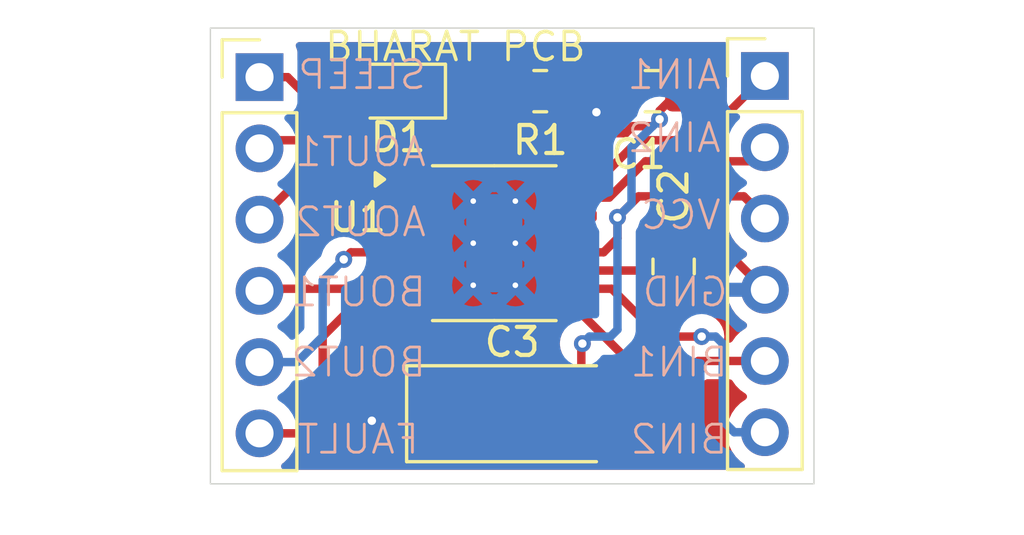
<source format=kicad_pcb>
(kicad_pcb (version 20240108) (generator "pcbnew") (generator_version "8.0")
  (layers (0 "F.Cu" signal) (31 "B.Cu" signal) (34 "B.Paste" user) (35 "F.Paste" user) (36 "B.SilkS" user "B.Silkscreen") (37 "F.SilkS" user "F.Silkscreen") (38 "B.Mask" user) (39 "F.Mask" user) (44 "Edge.Cuts" user))
  (net 0 "")
  (net 1 "GND")
  (net 2 "/VCC")
  (net 3 "Net-(U1-VCP)")
  (net 4 "Net-(D1-K)")
  (net 5 "/SLEEP")
  (net 6 "/FAULT")
  (net 7 "/BOUT2")
  (net 8 "/BOUT1")
  (net 9 "/AOUT2")
  (net 10 "/AOUT1")
  (net 11 "/BIN1")
  (net 12 "/AIN2")
  (net 13 "/AIN1")
  (net 14 "/BIN2")
  (footprint "Package_SO:HTSSOP-16-1EP_4.4x5mm_P0.65mm_EP3.4x5mm_Mask2.46x2.31mm_ThermalVias" (layer "F.Cu") (at 108.8625 72.92)
    (property "Reference" "U1" (at -4.8625 -0.92 0) (layer "F.SilkS"))
    (property "Value" "DRV8833PWP")
    (fp_line (start 0 -2.76) (end -2.2 -2.76) (stroke (width 0.12)) (layer "F.SilkS"))
    (fp_line (start 0 -2.76) (end 2.2 -2.76) (stroke (width 0.12)) (layer "F.SilkS"))
    (fp_line (start 0 2.76) (end -2.2 2.76) (stroke (width 0.12)) (layer "F.SilkS"))
    (fp_line (start 0 2.76) (end 2.2 2.76) (stroke (width 0.12)) (layer "F.SilkS"))
    (fp_poly (pts (xy -3.91 -2.275) (xy -4.24 -2.515) (xy -4.24 -2.035) (xy -3.91 -2.275)) (stroke (width 0.12)) (fill solid) (layer "F.SilkS"))
    (pad "1" smd roundrect (at -2.8625 -2.275) (size 1.575 0.4) (layers "F.Cu" "F.Paste" "F.Mask") (net 5 "/SLEEP"))
    (pad "2" smd roundrect (at -2.8625 -1.625) (size 1.575 0.4) (layers "F.Cu" "F.Paste" "F.Mask") (net 10 "/AOUT1"))
    (pad "3" smd roundrect (at -2.8625 -0.975) (size 1.575 0.4) (layers "F.Cu" "F.Paste" "F.Mask") (net 1 "GND"))
    (pad "4" smd roundrect (at -2.8625 -0.325) (size 1.575 0.4) (layers "F.Cu" "F.Paste" "F.Mask") (net 9 "/AOUT2"))
    (pad "5" smd roundrect (at -2.8625 0.325) (size 1.575 0.4) (layers "F.Cu" "F.Paste" "F.Mask") (net 7 "/BOUT2"))
    (pad "6" smd roundrect (at -2.8625 0.975) (size 1.575 0.4) (layers "F.Cu" "F.Paste" "F.Mask") (net 1 "GND"))
    (pad "7" smd roundrect (at -2.8625 1.625) (size 1.575 0.4) (layers "F.Cu" "F.Paste" "F.Mask") (net 8 "/BOUT1"))
    (pad "8" smd roundrect (at -2.8625 2.275) (size 1.575 0.4) (layers "F.Cu" "F.Paste" "F.Mask") (net 6 "/FAULT"))
    (pad "9" smd roundrect (at 2.8625 2.275) (size 1.575 0.4) (layers "F.Cu" "F.Paste" "F.Mask") (net 11 "/BIN1"))
    (pad "10" smd roundrect (at 2.8625 1.625) (size 1.575 0.4) (layers "F.Cu" "F.Paste" "F.Mask") (net 14 "/BIN2"))
    (pad "11" smd roundrect (at 2.8625 0.975) (size 1.575 0.4) (layers "F.Cu" "F.Paste" "F.Mask") (net 3 "Net-(U1-VCP)"))
    (pad "12" smd roundrect (at 2.8625 0.325) (size 1.575 0.4) (layers "F.Cu" "F.Paste" "F.Mask") (net 2 "/VCC"))
    (pad "13" smd roundrect (at 2.8625 -0.325) (size 1.575 0.4) (layers "F.Cu" "F.Paste" "F.Mask") (net 1 "GND"))
    (pad "14" smd roundrect (at 2.8625 -0.975) (size 1.575 0.4) (layers "F.Cu" "F.Paste" "F.Mask") (net 1 "GND"))
    (pad "15" smd roundrect (at 2.8625 -1.625) (size 1.575 0.4) (layers "F.Cu" "F.Paste" "F.Mask") (net 12 "/AIN2"))
    (pad "16" smd roundrect (at 2.8625 -2.275) (size 1.575 0.4) (layers "F.Cu" "F.Paste" "F.Mask") (net 13 "/AIN1"))
    (pad "17" thru_hole circle (at -0.75 -1.5) (size 0.5 0.5) (drill 0.2) (property pad_prop_heatsink) (layers "*.Cu") (net 1 "GND"))
    (pad "17" thru_hole circle (at -0.75 0) (size 0.5 0.5) (drill 0.2) (property pad_prop_heatsink) (layers "*.Cu") (net 1 "GND"))
    (pad "17" thru_hole circle (at -0.75 1.5) (size 0.5 0.5) (drill 0.2) (property pad_prop_heatsink) (layers "*.Cu") (net 1 "GND"))
    (pad "17" smd rect (at 0 0) (size 2 3.5) (property pad_prop_heatsink) (layers "B.Cu") (net 1 "GND"))
    (pad "17" smd rect (at 0 0) (size 3.4 5) (property pad_prop_heatsink) (layers "F.Cu") (net 1 "GND"))
    (pad "17" thru_hole circle (at 0.75 -1.5) (size 0.5 0.5) (drill 0.2) (property pad_prop_heatsink) (layers "*.Cu") (net 1 "GND"))
    (pad "17" thru_hole circle (at 0.75 0) (size 0.5 0.5) (drill 0.2) (property pad_prop_heatsink) (layers "*.Cu") (net 1 "GND"))
    (pad "17" thru_hole circle (at 0.75 1.5) (size 0.5 0.5) (drill 0.2) (property pad_prop_heatsink) (layers "*.Cu") (net 1 "GND"))
  )
  (footprint "Connector_PinHeader_2.54mm:PinHeader_1x06_P2.54mm_Vertical" (layer "F.Cu") (at 100.5 67)
    (property "Reference" "J1" (hide yes))
    (property "Value" "Conn_01x06_Pin")
    (fp_line (start -1.33 -1.33) (end 0 -1.33) (stroke (width 0.12)) (layer "F.SilkS"))
    (fp_line (start -1.33 0) (end -1.33 -1.33) (stroke (width 0.12)) (layer "F.SilkS"))
    (fp_line (start -1.33 1.27) (end -1.33 14.03) (stroke (width 0.12)) (layer "F.SilkS"))
    (fp_line (start -1.33 1.27) (end 1.33 1.27) (stroke (width 0.12)) (layer "F.SilkS"))
    (fp_line (start -1.33 14.03) (end 1.33 14.03) (stroke (width 0.12)) (layer "F.SilkS"))
    (fp_line (start 1.33 1.27) (end 1.33 14.03) (stroke (width 0.12)) (layer "F.SilkS"))
    (pad "1" thru_hole rect (at 0 0) (size 1.7 1.7) (drill 1) (layers "*.Cu" "*.Mask") (net 5 "/SLEEP"))
    (pad "2" thru_hole oval (at 0 2.54) (size 1.7 1.7) (drill 1) (layers "*.Cu" "*.Mask") (net 10 "/AOUT1"))
    (pad "3" thru_hole oval (at 0 5.08) (size 1.7 1.7) (drill 1) (layers "*.Cu" "*.Mask") (net 9 "/AOUT2"))
    (pad "4" thru_hole oval (at 0 7.62) (size 1.7 1.7) (drill 1) (layers "*.Cu" "*.Mask") (net 8 "/BOUT1"))
    (pad "5" thru_hole oval (at 0 10.16) (size 1.7 1.7) (drill 1) (layers "*.Cu" "*.Mask") (net 7 "/BOUT2"))
    (pad "6" thru_hole oval (at 0 12.7) (size 1.7 1.7) (drill 1) (layers "*.Cu" "*.Mask") (net 6 "/FAULT"))
  )
  (footprint "Capacitor_SMD:C_0805_2012Metric" (layer "F.Cu") (at 115.25 73.75 -90)
    (property "Reference" "C2" (at -2.5 0 90) (layer "F.SilkS"))
    (property "Value" "2.2uF")
    (fp_line (start -0.261252 0.735) (end 0.261252 0.735) (stroke (width 0.12)) (layer "F.SilkS"))
    (fp_line (start -0.261252 -0.735) (end 0.261252 -0.735) (stroke (width 0.12)) (layer "F.SilkS"))
    (pad "1" smd roundrect (at -0.95 0 270) (size 1 1.45) (layers "F.Cu" "F.Paste" "F.Mask") (net 1 "GND"))
    (pad "2" smd roundrect (at 0.95 0 270) (size 1 1.45) (layers "F.Cu" "F.Paste" "F.Mask") (net 3 "Net-(U1-VCP)"))
  )
  (footprint "Capacitor_Tantalum_SMD:CP_EIA-6032-20_AVX-F" (layer "F.Cu") (at 109.5 79)
    (property "Reference" "C3" (at 0 -2.55 0) (layer "F.SilkS"))
    (property "Value" "10uF")
    (fp_line (start -3.76 -1.71) (end -3.76 1.71) (stroke (width 0.12)) (layer "F.SilkS"))
    (fp_line (start -3.76 1.71) (end 3 1.71) (stroke (width 0.12)) (layer "F.SilkS"))
    (fp_line (start 3 -1.71) (end -3.76 -1.71) (stroke (width 0.12)) (layer "F.SilkS"))
    (pad "1" smd roundrect (at -2.4625 0) (size 2.075 2.35) (layers "F.Cu" "F.Paste" "F.Mask") (roundrect_rratio 0.120482) (net 1 "GND"))
    (pad "2" smd roundrect (at 2.4625 0) (size 2.075 2.35) (layers "F.Cu" "F.Paste" "F.Mask") (roundrect_rratio 0.120482) (net 2 "/VCC"))
  )
  (footprint "Resistor_SMD:R_0805_2012Metric" (layer "F.Cu") (at 110.5 67.5)
    (property "Reference" "R1" (at 0 1.75 360) (layer "F.SilkS"))
    (property "Value" "4.7K")
    (fp_line (start -0.227064 -0.735) (end 0.227064 -0.735) (stroke (width 0.12)) (layer "F.SilkS"))
    (fp_line (start -0.227064 0.735) (end 0.227064 0.735) (stroke (width 0.12)) (layer "F.SilkS"))
    (pad "1" smd roundrect (at -0.9125 0) (size 1.025 1.4) (layers "F.Cu" "F.Paste" "F.Mask") (roundrect_rratio 0.243902) (net 4 "Net-(D1-K)"))
    (pad "2" smd roundrect (at 0.9125 0) (size 1.025 1.4) (layers "F.Cu" "F.Paste" "F.Mask") (roundrect_rratio 0.243902) (net 1 "GND"))
  )
  (footprint "Capacitor_SMD:C_0805_2012Metric" (layer "F.Cu") (at 114.5 67.5)
    (property "Reference" "C1" (at -0.5 2.25 0) (layer "F.SilkS"))
    (property "Value" "0.1uF")
    (fp_line (start -0.261252 -0.735) (end 0.261252 -0.735) (stroke (width 0.12)) (layer "F.SilkS"))
    (fp_line (start -0.261252 0.735) (end 0.261252 0.735) (stroke (width 0.12)) (layer "F.SilkS"))
    (pad "1" smd roundrect (at -0.95 0) (size 1 1.45) (layers "F.Cu" "F.Paste" "F.Mask") (net 1 "GND"))
    (pad "2" smd roundrect (at 0.95 0) (size 1 1.45) (layers "F.Cu" "F.Paste" "F.Mask") (net 2 "/VCC"))
  )
  (footprint "LED_SMD:LED_0805_2012Metric" (layer "F.Cu") (at 105.4375 67.5 180)
    (property "Reference" "D1" (at 0 -1.65 360) (layer "F.SilkS"))
    (property "Value" "LED")
    (fp_line (start 1 -0.96) (end -1.685 -0.96) (stroke (width 0.12)) (layer "F.SilkS"))
    (fp_line (start -1.685 0.96) (end 1 0.96) (stroke (width 0.12)) (layer "F.SilkS"))
    (fp_line (start -1.685 -0.96) (end -1.685 0.96) (stroke (width 0.12)) (layer "F.SilkS"))
    (pad "1" smd roundrect (at -0.9375 0 180) (size 0.975 1.4) (layers "F.Cu" "F.Paste" "F.Mask") (net 4 "Net-(D1-K)"))
    (pad "2" smd roundrect (at 0.9375 0 180) (size 0.975 1.4) (layers "F.Cu" "F.Paste" "F.Mask") (net 2 "/VCC"))
  )
  (footprint "Connector_PinHeader_2.54mm:PinHeader_1x06_P2.54mm_Vertical" (layer "F.Cu") (at 118.5 66.96)
    (property "Reference" "J2" (hide yes))
    (property "Value" "Conn_01x06_Pin")
    (fp_line (start -1.33 -1.33) (end 0 -1.33) (stroke (width 0.12)) (layer "F.SilkS"))
    (fp_line (start -1.33 0) (end -1.33 -1.33) (stroke (width 0.12)) (layer "F.SilkS"))
    (fp_line (start -1.33 1.27) (end -1.33 14.03) (stroke (width 0.12)) (layer "F.SilkS"))
    (fp_line (start -1.33 1.27) (end 1.33 1.27) (stroke (width 0.12)) (layer "F.SilkS"))
    (fp_line (start -1.33 14.03) (end 1.33 14.03) (stroke (width 0.12)) (layer "F.SilkS"))
    (fp_line (start 1.33 1.27) (end 1.33 14.03) (stroke (width 0.12)) (layer "F.SilkS"))
    (pad "1" thru_hole rect (at 0 0) (size 1.7 1.7) (drill 1) (layers "*.Cu" "*.Mask") (net 13 "/AIN1"))
    (pad "2" thru_hole oval (at 0 2.54) (size 1.7 1.7) (drill 1) (layers "*.Cu" "*.Mask") (net 12 "/AIN2"))
    (pad "3" thru_hole oval (at 0 5.08) (size 1.7 1.7) (drill 1) (layers "*.Cu" "*.Mask") (net 2 "/VCC"))
    (pad "4" thru_hole oval (at 0 7.62) (size 1.7 1.7) (drill 1) (layers "*.Cu" "*.Mask") (net 1 "GND"))
    (pad "5" thru_hole oval (at 0 10.16) (size 1.7 1.7) (drill 1) (layers "*.Cu" "*.Mask") (net 11 "/BIN1"))
    (pad "6" thru_hole oval (at 0 12.7) (size 1.7 1.7) (drill 1) (layers "*.Cu" "*.Mask") (net 14 "/BIN2"))
  )
  (gr_rect (start 98.75 65.25) (end 120.25 81.5) (stroke (width 0.05)) (fill none) (layer "Edge.Cuts"))
  (gr_text "VCC" (at 117 72.5 0) (layer "B.SilkS") (effects (font (size 1 1) (thickness 0.1)) (justify left bottom mirror)))
  (gr_text "BIN2" (at 117.25 80.5 0) (layer "B.SilkS") (effects (font (size 1 1) (thickness 0.1)) (justify left bottom mirror)))
  (gr_text "AIN2" (at 117 69.75 0) (layer "B.SilkS") (effects (font (size 1 1) (thickness 0.1)) (justify left bottom mirror)))
  (gr_text "AOUT1" (at 106.5 70.25 0) (layer "B.SilkS") (effects (font (size 1 1) (thickness 0.1)) (justify left bottom mirror)))
  (gr_text "AOUT2" (at 106.5 72.75 0) (layer "B.SilkS") (effects (font (size 1 1) (thickness 0.1)) (justify left bottom mirror)))
  (gr_text "FAULT" (at 106.25 80.5 0) (layer "B.SilkS") (effects (font (size 1 1) (thickness 0.1)) (justify left bottom mirror)))
  (gr_text "AIN1" (at 117 67.5 0) (layer "B.SilkS") (effects (font (size 1 1) (thickness 0.1)) (justify left bottom mirror)))
  (gr_text "BOUT2" (at 106.5 77.75 0) (layer "B.SilkS") (effects (font (size 1 1) (thickness 0.1)) (justify left bottom mirror)))
  (gr_text "BIN1" (at 117.25 77.75 0) (layer "B.SilkS") (effects (font (size 1 1) (thickness 0.1)) (justify left bottom mirror)))
  (gr_text "SLEEP" (at 106.5 67.5 0) (layer "B.SilkS") (effects (font (size 1 1) (thickness 0.1)) (justify left bottom mirror)))
  (gr_text "GND" (at 117.25 75.25 0) (layer "B.SilkS") (effects (font (size 1 1) (thickness 0.1)) (justify left bottom mirror)))
  (gr_text "BOUT1" (at 106.5 75.25 0) (layer "B.SilkS") (effects (font (size 1 1) (thickness 0.1)) (justify left bottom mirror)))
  (gr_text "BHARAT PCB" (at 102.75 66.5 0) (layer "F.SilkS") (effects (font (size 1 1) (thickness 0.125)) (justify left bottom)))
  (segment (start 110.7875 72.595) (end 109.6125 71.42) (width 0.3) (layer "F.Cu") (net 1))
  (segment (start 104.75 79) (end 104.5 79.25) (width 0.3) (layer "F.Cu") (net 1))
  (segment (start 113.55 67.5) (end 111.4125 67.5) (width 0.3) (layer "F.Cu") (net 1))
  (segment (start 116.72 72.8) (end 115.25 72.8) (width 0.3) (layer "F.Cu") (net 1))
  (segment (start 107.5875 73.895) (end 108.1125 74.42) (width 0.3) (layer "F.Cu") (net 1))
  (segment (start 107.0375 79) (end 104.75 79) (width 0.3) (layer "F.Cu") (net 1))
  (segment (start 111.725 72.595) (end 110.7875 72.595) (width 0.3) (layer "F.Cu") (net 1))
  (segment (start 118.5 74.58) (end 116.72 72.8) (width 0.3) (layer "F.Cu") (net 1))
  (segment (start 106 71.945) (end 107.5875 71.945) (width 0.3) (layer "F.Cu") (net 1))
  (segment (start 113.55 67.5) (end 112.8 68.25) (width 0.3) (layer "F.Cu") (net 1))
  (segment (start 107.5875 71.945) (end 108.1125 71.42) (width 0.3) (layer "F.Cu") (net 1))
  (segment (start 112.8 68.25) (end 112.5 68.25) (width 0.3) (layer "F.Cu") (net 1))
  (segment (start 106 73.895) (end 107.5875 73.895) (width 0.3) (layer "F.Cu") (net 1))
  (via (at 112.5 68.25) (size 0.6) (drill 0.3) (layers "F.Cu" "B.Cu") (net 1))
  (via (at 104.5 79.25) (size 0.6) (drill 0.3) (layers "F.Cu" "B.Cu") (net 1))
  (segment (start 113.792893 68.75) (end 114.5 68.75) (width 0.3) (layer "F.Cu") (net 2))
  (segment (start 118.5 72) (end 117.75 71.25) (width 0.3) (layer "F.Cu") (net 2))
  (segment (start 115.45 67.5) (end 114.75 68.2) (width 0.3) (layer "F.Cu") (net 2))
  (segment (start 112 76.5) (end 111.9625 76.5375) (width 0.3) (layer "F.Cu") (net 2))
  (segment (start 114 71.25) (end 113.25 72) (width 0.3) (layer "F.Cu") (net 2))
  (segment (start 118.5 72.04) (end 118.5 72) (width 0.3) (layer "F.Cu") (net 2))
  (segment (start 111.725 73.245) (end 112.755 73.245) (width 0.3) (layer "F.Cu") (net 2))
  (segment (start 104.5 67.5) (end 106 69) (width 0.3) (layer "F.Cu") (net 2))
  (segment (start 114.75 68.2) (end 114.75 68.5) (width 0.3) (layer "F.Cu") (net 2))
  (segment (start 117.75 71.25) (end 114 71.25) (width 0.3) (layer "F.Cu") (net 2))
  (segment (start 114.5 68.75) (end 114.75 68.5) (width 0.3) (layer "F.Cu") (net 2))
  (segment (start 106 69) (end 113.542893 69) (width 0.3) (layer "F.Cu") (net 2))
  (segment (start 112.755 73.245) (end 113.25 72.75) (width 0.3) (layer "F.Cu") (net 2))
  (segment (start 113.25 72.75) (end 113.25 72) (width 0.3) (layer "F.Cu") (net 2))
  (segment (start 111.9625 79) (end 111.9625 76.5375) (width 0.3) (layer "F.Cu") (net 2))
  (segment (start 113.542893 69) (end 113.792893 68.75) (width 0.3) (layer "F.Cu") (net 2))
  (via (at 113.25 72) (size 0.6) (drill 0.3) (layers "F.Cu" "B.Cu") (net 2))
  (via (at 114.75 68.5) (size 0.6) (drill 0.3) (layers "F.Cu" "B.Cu") (net 2))
  (via (at 112 76.5) (size 0.6) (drill 0.3) (layers "F.Cu" "B.Cu") (net 2))
  (segment (start 113.25 72) (end 113.25 76) (width 0.3) (layer "B.Cu") (net 2))
  (segment (start 113 76.25) (end 112.25 76.25) (width 0.3) (layer "B.Cu") (net 2))
  (segment (start 113.25 76) (end 113 76.25) (width 0.3) (layer "B.Cu") (net 2))
  (segment (start 113.75 71.5) (end 113.25 72) (width 0.3) (layer "B.Cu") (net 2))
  (segment (start 113.75 69.5) (end 113.75 71.5) (width 0.3) (layer "B.Cu") (net 2))
  (segment (start 114.75 68.5) (end 113.75 69.5) (width 0.3) (layer "B.Cu") (net 2))
  (segment (start 112.25 76.25) (end 112 76.5) (width 0.3) (layer "B.Cu") (net 2))
  (segment (start 115.25 74.7) (end 114.445 73.895) (width 0.3) (layer "F.Cu") (net 3))
  (segment (start 114.445 73.895) (end 111.725 73.895) (width 0.3) (layer "F.Cu") (net 3))
  (segment (start 109.5875 67.5) (end 106.375 67.5) (width 0.3) (layer "F.Cu") (net 4))
  (segment (start 101.5 67) (end 100.5 67) (width 0.3) (layer "F.Cu") (net 5))
  (segment (start 106 70.645) (end 105.145 70.645) (width 0.3) (layer "F.Cu") (net 5))
  (segment (start 105.145 70.645) (end 101.5 67) (width 0.3) (layer "F.Cu") (net 5))
  (segment (start 106 75.195) (end 103.805 75.195) (width 0.3) (layer "F.Cu") (net 6))
  (segment (start 102.3 79.7) (end 100.5 79.7) (width 0.3) (layer "F.Cu") (net 6))
  (segment (start 103.805 75.195) (end 102.75 76.25) (width 0.3) (layer "F.Cu") (net 6))
  (segment (start 102.75 76.25) (end 102.75 79.25) (width 0.3) (layer "F.Cu") (net 6))
  (segment (start 102.75 79.25) (end 102.3 79.7) (width 0.3) (layer "F.Cu") (net 6))
  (segment (start 106 73.245) (end 103.755 73.245) (width 0.3) (layer "F.Cu") (net 7))
  (segment (start 103.755 73.245) (end 103.5 73.5) (width 0.3) (layer "F.Cu") (net 7))
  (via (at 103.5 73.5) (size 0.6) (drill 0.3) (layers "F.Cu" "B.Cu") (net 7))
  (segment (start 102.75 74.25) (end 102.75 76.25) (width 0.3) (layer "B.Cu") (net 7))
  (segment (start 103.5 73.5) (end 102.75 74.25) (width 0.3) (layer "B.Cu") (net 7))
  (segment (start 102.75 76.25) (end 101.84 77.16) (width 0.3) (layer "B.Cu") (net 7))
  (segment (start 101.84 77.16) (end 100.5 77.16) (width 0.3) (layer "B.Cu") (net 7))
  (segment (start 100.575 74.545) (end 100.5 74.62) (width 0.3) (layer "F.Cu") (net 8))
  (segment (start 106 74.545) (end 100.575 74.545) (width 0.3) (layer "F.Cu") (net 8))
  (segment (start 103.617501 71) (end 101.58 71) (width 0.3) (layer "F.Cu") (net 9))
  (segment (start 105.212501 72.595) (end 103.617501 71) (width 0.3) (layer "F.Cu") (net 9))
  (segment (start 106 72.595) (end 105.212501 72.595) (width 0.3) (layer "F.Cu") (net 9))
  (segment (start 101.58 71) (end 100.5 72.08) (width 0.3) (layer "F.Cu") (net 9))
  (segment (start 105.087894 71.295) (end 103.042894 69.25) (width 0.3) (layer "F.Cu") (net 10))
  (segment (start 106 71.295) (end 105.087894 71.295) (width 0.3) (layer "F.Cu") (net 10))
  (segment (start 100.79 69.25) (end 100.5 69.54) (width 0.3) (layer "F.Cu") (net 10))
  (segment (start 103.042894 69.25) (end 100.79 69.25) (width 0.3) (layer "F.Cu") (net 10))
  (segment (start 111.725 75.195) (end 114.28 77.75) (width 0.3) (layer "F.Cu") (net 11))
  (segment (start 116.13 77.12) (end 118.5 77.12) (width 0.3) (layer "F.Cu") (net 11))
  (segment (start 115.5 77.75) (end 116.13 77.12) (width 0.3) (layer "F.Cu") (net 11))
  (segment (start 114.28 77.75) (end 115.5 77.75) (width 0.3) (layer "F.Cu") (net 11))
  (segment (start 114.25 70) (end 118 70) (width 0.3) (layer "F.Cu") (net 12))
  (segment (start 111.725 71.295) (end 112.955 71.295) (width 0.3) (layer "F.Cu") (net 12))
  (segment (start 112.955 71.295) (end 114.25 70) (width 0.3) (layer "F.Cu") (net 12))
  (segment (start 118 70) (end 118.5 69.5) (width 0.3) (layer "F.Cu") (net 12))
  (segment (start 116.21 69.25) (end 118.5 66.96) (width 0.3) (layer "F.Cu") (net 13))
  (segment (start 111.725 70.645) (end 112.605 70.645) (width 0.3) (layer "F.Cu") (net 13))
  (segment (start 112.605 70.645) (end 114 69.25) (width 0.3) (layer "F.Cu") (net 13))
  (segment (start 114 69.25) (end 116.21 69.25) (width 0.3) (layer "F.Cu") (net 13))
  (segment (start 114.75 76.25) (end 116.25 76.25) (width 0.3) (layer "F.Cu") (net 14))
  (segment (start 111.725 74.545) (end 113.045 74.545) (width 0.3) (layer "F.Cu") (net 14))
  (segment (start 113.045 74.545) (end 114.75 76.25) (width 0.3) (layer "F.Cu") (net 14))
  (segment (start 116.25 76.25) (end 116 76.25) (width 0.3) (layer "F.Cu") (net 14))
  (via (at 116.25 76.25) (size 0.6) (drill 0.3) (layers "F.Cu" "B.Cu") (net 14))
  (segment (start 116.75 76.25) (end 117 76.5) (width 0.3) (layer "B.Cu") (net 14))
  (segment (start 117 76.5) (end 117 79.25) (width 0.3) (layer "B.Cu") (net 14))
  (segment (start 117.41 79.66) (end 118.5 79.66) (width 0.3) (layer "B.Cu") (net 14))
  (segment (start 116.25 76.25) (end 116.75 76.25) (width 0.3) (layer "B.Cu") (net 14))
  (segment (start 117 79.25) (end 117.41 79.66) (width 0.3) (layer "B.Cu") (net 14))
  (zone (net 1) (net_name "GND") (layers "F&B.Cu") (connect_pads (clearance 0.5)) (min_thickness 0.25) (fill yes (thermal_gap 0.5) (thermal_bridge_width 0.5))
    (polygon (pts (xy 98.25 64.25) (xy 121.25 64.25) (xy 121 82.25) (xy 98 82.25)))
  )
)
</source>
